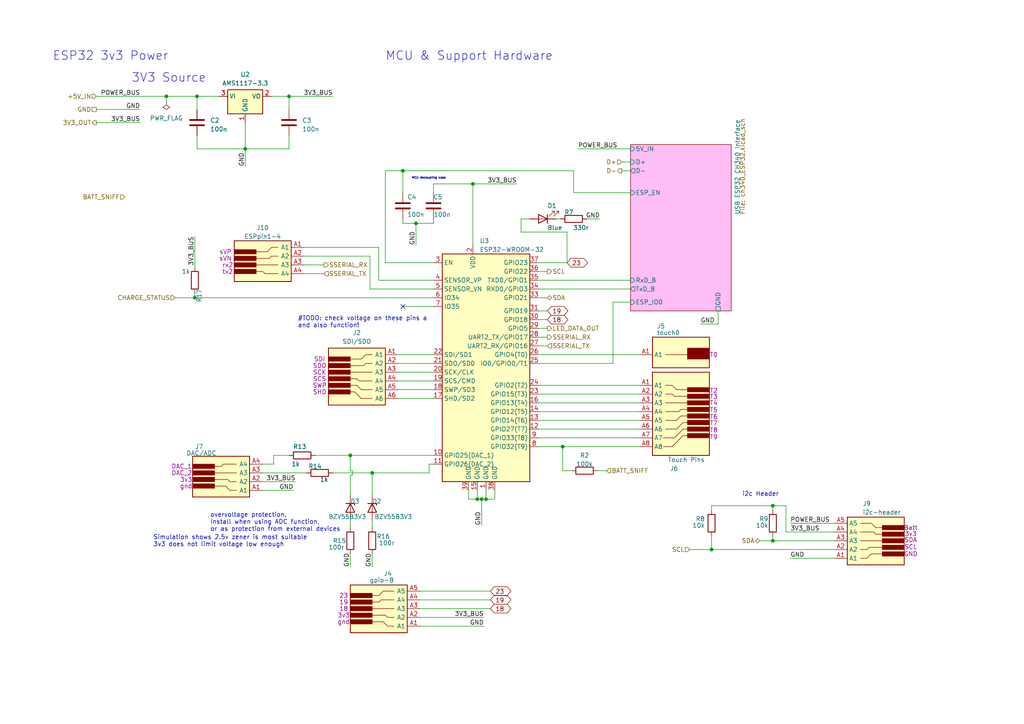
<source format=kicad_sch>
(kicad_sch (version 20231120) (generator "eeschema") (generator_version "8.0")
  (paper "A4")
  (lib_symbols
    (symbol "000-edge-connectors-immo:1-pin-edge-touch-XL" (in_bom no)
      (property "Reference" "J5" (at -4.572 20.574 0))
      (property "Value" "1-pin-edge-touch-XL" (at -9.906 18.796 0))
      (property "PIN1" "T0" (at 6.35 12.7 0))
      (symbol "1-pin-edge-touch-XL_0_1"
        (rectangle (start -11.43 17.78) (end 5.08 8.89) (stroke (width 0.254)) (fill (type background)))
        (rectangle (start -1.27 14.605) (end 5.08 11.43) (fill (type color) (color 132 0 0 1)))
        (polyline (pts (xy -7.62 12.7) (xy -5.715 12.7) (xy -5.08 12.7) (xy -1.27 12.7)))
      )
      (symbol "1-pin-edge-touch-XL_1_1"
        (pin passive line (at -15.24 12.7 0) (length 3.81) (name "A1") (number "A1"))
      )
    )
    (symbol "000-edge-connectors-immo:4-pin-edge-touch" (in_bom no)
      (property "Reference" "J2" (at 3.175 10.16 0))
      (property "Value" "4-pin-edge-touch" (at 3.175 7.62 0))
      (symbol "4-pin-edge-touch_0_1"
        (rectangle (start -11.43 5.715) (end 5.08 -6.096) (stroke (width 0.254)) (fill (type background)))
        (rectangle (start -1.27 -2.54) (end 5.08 -3.81) (fill (type color) (color 132 0 0 1)))
        (rectangle (start -1.27 -0.635) (end 5.08 -1.905) (fill (type color) (color 132 0 0 1)))
        (rectangle (start -1.27 1.27) (end 5.08 0) (fill (type color) (color 132 0 0 1)))
        (rectangle (start -1.27 3.175) (end 5.08 1.905) (fill (type color) (color 132 0 0 1)))
        (polyline (pts (xy -7.62 -1.27) (xy -1.27 -1.27)))
        (polyline (pts (xy -7.62 -3.81) (xy -3.81 -3.81) (xy -3.175 -3.175) (xy -1.27 -3.175)))
        (polyline (pts (xy -7.62 1.27) (xy -5.715 1.27) (xy -5.08 0.635) (xy -1.27 0.635)))
        (polyline (pts (xy -7.62 3.81) (xy -5.715 3.81) (xy -4.445 2.54) (xy -1.27 2.54)))
      )
      (symbol "4-pin-edge-touch_1_1"
        (pin passive line (at -15.24 3.81 0) (length 3.81) (name "A1") (number "A1"))
        (pin passive line (at -15.24 1.27 0) (length 3.81) (name "A2") (number "A2"))
        (pin passive line (at -15.24 -1.27 0) (length 3.81) (name "A3") (number "A3"))
        (pin passive line (at -15.24 -3.81 0) (length 3.81) (name "A4") (number "A4"))
      )
    )
    (symbol "000-edge-connectors-immo:5-pin-edge-touch" (in_bom no)
      (property "Reference" "J2" (at 3.175 21.59 0))
      (property "Value" "5-pin-edge-touch" (at 3.175 19.05 0))
      (property "PIN1" "1" (at 5.842 13.97 0))
      (property "PIN2" "2" (at 5.842 11.938 0))
      (property "PIN3" "3" (at 5.842 9.906 0))
      (property "PIN4" "4" (at 5.842 8.128 0))
      (property "PIN5" "5" (at 5.842 6.35 0))
      (symbol "5-pin-edge-touch_0_1"
        (rectangle (start -11.43 17.145) (end 5.08 3.302) (stroke (width 0.254)) (fill (type background)))
        (rectangle (start -1.27 6.985) (end 5.08 5.715) (fill (type color) (color 132 0 0 1)))
        (rectangle (start -1.27 8.89) (end 5.08 7.62) (fill (type color) (color 132 0 0 1)))
        (rectangle (start -1.27 10.795) (end 5.08 9.525) (fill (type color) (color 132 0 0 1)))
        (rectangle (start -1.27 12.7) (end 5.08 11.43) (fill (type color) (color 132 0 0 1)))
        (rectangle (start -1.27 14.605) (end 5.08 13.335) (fill (type color) (color 132 0 0 1)))
        (polyline (pts (xy -7.62 10.16) (xy -1.27 10.16)))
        (polyline (pts (xy -7.62 5.08) (xy -4.445 5.08) (xy -3.175 6.35) (xy -1.27 6.35)))
        (polyline (pts (xy -7.62 7.62) (xy -3.81 7.62) (xy -3.175 8.255) (xy -1.27 8.255)))
        (polyline (pts (xy -7.62 12.7) (xy -5.715 12.7) (xy -5.08 12.065) (xy -1.27 12.065)))
        (polyline (pts (xy -7.62 15.24) (xy -5.715 15.24) (xy -4.445 13.97) (xy -1.27 13.97)))
      )
      (symbol "5-pin-edge-touch_1_1"
        (pin passive line (at -15.24 15.24 0) (length 3.81) (name "A1") (number "A1"))
        (pin passive line (at -15.24 12.7 0) (length 3.81) (name "A2") (number "A2"))
        (pin passive line (at -15.24 10.16 0) (length 3.81) (name "A3") (number "A3"))
        (pin passive line (at -15.24 7.62 0) (length 3.81) (name "A4") (number "A4"))
        (pin passive line (at -15.24 5.08 0) (length 3.81) (name "A5") (number "A5"))
      )
    )
    (symbol "000-edge-connectors-immo:6-pin-edge-touch" (in_bom no)
      (property "Reference" "J2" (at 3.175 21.59 0))
      (property "Value" "SDI/SDO" (at 3.175 19.05 0))
      (property "PIN1" "1" (at 0 0 0))
      (property "PIN2" "2" (at 0 0 0))
      (property "PIN3" "3" (at 0 0 0))
      (property "PIN4" "4" (at 0 0 0))
      (property "PIN5" "5" (at 0 0 0))
      (property "PIN6" "6" (at 0 0 0))
      (symbol "6-pin-edge-touch_0_1"
        (rectangle (start -11.43 17.145) (end 5.08 0.635) (stroke (width 0.254)) (fill (type background)))
        (rectangle (start -1.27 5.08) (end 5.08 3.81) (fill (type color) (color 132 0 0 1)))
        (rectangle (start -1.27 6.985) (end 5.08 5.715) (fill (type color) (color 132 0 0 1)))
        (rectangle (start -1.27 8.89) (end 5.08 7.62) (fill (type color) (color 132 0 0 1)))
        (rectangle (start -1.27 10.795) (end 5.08 9.525) (fill (type color) (color 132 0 0 1)))
        (rectangle (start -1.27 12.7) (end 5.08 11.43) (fill (type color) (color 132 0 0 1)))
        (rectangle (start -1.27 14.605) (end 5.08 13.335) (fill (type color) (color 132 0 0 1)))
        (polyline (pts (xy -7.62 10.16) (xy -1.27 10.16)))
        (polyline (pts (xy -7.62 2.54) (xy -4.445 2.54) (xy -2.54 4.445) (xy -1.27 4.445)))
        (polyline (pts (xy -7.62 5.08) (xy -4.445 5.08) (xy -3.175 6.35) (xy -1.27 6.35)))
        (polyline (pts (xy -7.62 7.62) (xy -3.81 7.62) (xy -3.175 8.255) (xy -1.27 8.255)))
        (polyline (pts (xy -7.62 12.7) (xy -5.715 12.7) (xy -5.08 12.065) (xy -1.27 12.065)))
        (polyline (pts (xy -7.62 15.24) (xy -5.715 15.24) (xy -4.445 13.97) (xy -1.27 13.97)))
      )
      (symbol "6-pin-edge-touch_1_1"
        (pin passive line (at -15.24 15.24 0) (length 3.81) (name "A1") (number "A1"))
        (pin passive line (at -15.24 12.7 0) (length 3.81) (name "A2") (number "A2"))
        (pin passive line (at -15.24 10.16 0) (length 3.81) (name "A3") (number "A3"))
        (pin passive line (at -15.24 7.62 0) (length 3.81) (name "A4") (number "A4"))
        (pin passive line (at -15.24 5.08 0) (length 3.81) (name "A5") (number "A5"))
        (pin passive line (at -15.24 2.54 0) (length 3.81) (name "A6") (number "A6"))
      )
    )
    (symbol "000-edge-connectors-immo:8-pin-edge-touch" (in_bom no)
      (property "Reference" "J6" (at -9.652 22.606 0))
      (property "Value" "Touch Pins" (at -9.652 20.066 0))
      (property "PIN1" "T2" (at 6.35 13.716 0))
      (property "PIN2" "T3" (at 6.35 11.938 0))
      (property "PIN3" "T4" (at 6.35 10.16 0))
      (property "PIN4" "T5" (at 6.35 8.128 0))
      (property "PIN5" "T6" (at 6.35 6.096 0))
      (property "PIN6" "T7" (at 6.35 4.318 0))
      (property "PIN7" "T8" (at 6.35 2.286 0))
      (property "PIN8" "T9" (at 6.35 0.254 0))
      (symbol "8-pin-edge-touch_0_1"
        (rectangle (start -11.43 19.05) (end 5.08 -5.08) (stroke (width 0.254)) (fill (type background)))
        (rectangle (start -1.27 1.27) (end 5.08 0) (fill (type color) (color 132 0 0 1)))
        (rectangle (start -1.27 3.175) (end 5.08 1.905) (fill (type color) (color 132 0 0 1)))
        (rectangle (start -1.27 5.08) (end 5.08 3.81) (fill (type color) (color 132 0 0 1)))
        (rectangle (start -1.27 6.985) (end 5.08 5.715) (fill (type color) (color 132 0 0 1)))
        (rectangle (start -1.27 8.89) (end 5.08 7.62) (fill (type color) (color 132 0 0 1)))
        (rectangle (start -1.27 10.795) (end 5.08 9.525) (fill (type color) (color 132 0 0 1)))
        (rectangle (start -1.27 12.7) (end 5.08 11.43) (fill (type color) (color 132 0 0 1)))
        (rectangle (start -1.27 14.605) (end 5.08 13.335) (fill (type color) (color 132 0 0 1)))
        (polyline (pts (xy -7.62 10.16) (xy -1.27 10.16)))
        (polyline (pts (xy -8.255 -2.54) (xy -5.715 -2.54) (xy -2.54 0.635) (xy -1.27 0.635)))
        (polyline (pts (xy -8.255 0) (xy -5.08 0) (xy -2.54 2.54) (xy -1.27 2.54)))
        (polyline (pts (xy -7.62 2.54) (xy -4.445 2.54) (xy -2.54 4.445) (xy -1.27 4.445)))
        (polyline (pts (xy -7.62 5.08) (xy -4.445 5.08) (xy -3.175 6.35) (xy -1.27 6.35)))
        (polyline (pts (xy -7.62 7.62) (xy -3.81 7.62) (xy -3.175 8.255) (xy -1.27 8.255)))
        (polyline (pts (xy -7.62 12.7) (xy -5.715 12.7) (xy -5.08 12.065) (xy -1.27 12.065)))
        (polyline (pts (xy -7.62 15.24) (xy -5.715 15.24) (xy -4.445 13.97) (xy -1.27 13.97)))
      )
      (symbol "8-pin-edge-touch_1_1"
        (pin passive line (at -15.24 15.24 0) (length 3.81) (name "A1") (number "A1"))
        (pin passive line (at -15.24 12.7 0) (length 3.81) (name "A2") (number "A2"))
        (pin passive line (at -15.24 10.16 0) (length 3.81) (name "A3") (number "A3"))
        (pin passive line (at -15.24 7.62 0) (length 3.81) (name "A4") (number "A4"))
        (pin passive line (at -15.24 5.08 0) (length 3.81) (name "A5") (number "A5"))
        (pin passive line (at -15.24 2.54 0) (length 3.81) (name "A6") (number "A6"))
        (pin passive line (at -15.24 0 0) (length 3.81) (name "A7") (number "A7"))
        (pin passive line (at -15.24 -2.54 0) (length 3.81) (name "A8") (number "A8"))
      )
    )
    (symbol "000_Capacitor_Film_Immo:100n" (pin_numbers hide) (pin_names (offset 0.254))
      (property "Reference" "C" (at 0.635 2.54 0))
      (property "Value" "100n" (at 0.635 -2.54 0))
      (symbol "100n_0_1"
        (polyline (pts (xy -2.032 -0.762) (xy 2.032 -0.762)) (stroke (width 0.508)))
        (polyline (pts (xy -2.032 0.762) (xy 2.032 0.762)) (stroke (width 0.508)))
      )
      (symbol "100n_1_1"
        (pin passive line (at 0 3.81 270) (length 2.794) (name "~") (number "1"))
        (pin passive line (at 0 -3.81 90) (length 2.794) (name "~") (number "2"))
      )
    )
    (symbol "000_Diodes_Immo:LED_0805_Yellow" (pin_numbers hide) (pin_names (offset 1.016) hide)
      (property "Reference" "D" (at 0 2.54 0))
      (property "Value" "LED_0805_Yellow" (at 0 -3.81 0))
      (symbol "LED_0805_Yellow_0_1"
        (polyline (pts (xy -1.27 -1.27) (xy -1.27 1.27)) (stroke (width 0.254)))
        (polyline (pts (xy -1.27 0) (xy 1.27 0)))
        (polyline (pts (xy 1.27 -1.27) (xy 1.27 1.27) (xy -1.27 0) (xy 1.27 -1.27)) (stroke (width 0.254)))
        (polyline (pts (xy -3.048 -0.762) (xy -4.572 -2.286) (xy -3.81 -2.286) (xy -4.572 -2.286) (xy -4.572 -1.524)))
        (polyline (pts (xy -1.778 -0.762) (xy -3.302 -2.286) (xy -2.54 -2.286) (xy -3.302 -2.286) (xy -3.302 -1.524)))
      )
      (symbol "LED_0805_Yellow_1_1"
        (pin passive line (at -3.81 0 0) (length 2.54) (name "K") (number "1"))
        (pin passive line (at 3.81 0 180) (length 2.54) (name "A") (number "2"))
      )
    )
    (symbol "000_Diodes_Immo:zener_diode_2v7" (pin_numbers hide) (pin_names hide)
      (property "Reference" "D" (at 0 2.54 0))
      (property "Value" "zener_diode_2v7" (at 0 -2.54 0))
      (symbol "zener_diode_2v7_0_1"
        (polyline (pts (xy 1.27 0) (xy -1.27 0)))
        (polyline (pts (xy -1.27 -1.27) (xy -1.27 1.27) (xy -0.762 1.27)) (stroke (width 0.254)))
        (polyline (pts (xy 1.27 -1.27) (xy 1.27 1.27) (xy -1.27 0) (xy 1.27 -1.27)) (stroke (width 0.254)))
      )
      (symbol "zener_diode_2v7_1_1"
        (pin passive line (at -3.81 0 0) (length 2.54) (name "K") (number "1"))
        (pin passive line (at 3.81 0 180) (length 2.54) (name "A") (number "2"))
      )
    )
    (symbol "000_IC_immo:AMS1117-3.3"
      (property "Reference" "U" (at -3.81 3.175 0))
      (property "Value" "AMS1117-3.3" (at 0 3.175 0))
      (symbol "AMS1117-3.3_0_1"
        (rectangle (start -5.08 -5.08) (end 5.08 1.905) (stroke (width 0.254)) (fill (type background)))
      )
      (symbol "AMS1117-3.3_1_1"
        (pin power_in line (at 0 -7.62 90) (length 2.54) (name "GND") (number "1"))
        (pin power_out line (at 7.62 0 180) (length 2.54) (name "VO") (number "2"))
        (pin power_in line (at -7.62 0 0) (length 2.54) (name "VI") (number "3"))
      )
    )
    (symbol "000_MCU_microcontrollers_Immo:ESP32-WROOM-32_2"
      (property "Reference" "U" (at -12.7 34.29 0))
      (property "Value" "ESP32-WROOM-32" (at 1.27 34.29 0))
      (symbol "ESP32-WROOM-32_2_0_1"
        (rectangle (start -12.7 33.02) (end 12.7 -33.02) (stroke (width 0.254)) (fill (type background)))
      )
      (symbol "ESP32-WROOM-32_2_1_1"
        (pin power_in line (at 0 -35.56 90) (length 2.54) (name "GND") (number "1"))
        (pin bidirectional line (at -15.24 -25.4 0) (length 2.54) (name "GPIO25(DAC_1)") (number "10"))
        (pin bidirectional line (at -15.24 -27.94 0) (length 2.54) (name "GPIO26(DAC_2)") (number "11"))
        (pin bidirectional line (at 15.24 -17.78 180) (length 2.54) (name "GPIO27(T7)") (number "12"))
        (pin bidirectional line (at 15.24 -15.24 180) (length 2.54) (name "GPIO14(T6)") (number "13"))
        (pin bidirectional line (at 15.24 -12.7 180) (length 2.54) (name "GPIO12(T5)") (number "14"))
        (pin passive line (at -2.54 -35.56 90) (length 2.54) (name "GND") (number "15"))
        (pin bidirectional line (at 15.24 -10.16 180) (length 2.54) (name "GPIO13(T4)") (number "16"))
        (pin bidirectional line (at -15.24 -8.89 0) (length 2.54) (name "SHD/SD2") (number "17"))
        (pin bidirectional line (at -15.24 -6.35 0) (length 2.54) (name "SWP/SD3") (number "18"))
        (pin bidirectional line (at -15.24 -3.81 0) (length 2.54) (name "SCS/CMD") (number "19"))
        (pin power_in line (at -3.81 35.56 270) (length 2.54) (name "VDD") (number "2"))
        (pin bidirectional line (at -15.24 -1.27 0) (length 2.54) (name "SCK/CLK") (number "20"))
        (pin bidirectional line (at -15.24 1.27 0) (length 2.54) (name "SDO/SD0") (number "21"))
        (pin bidirectional line (at -15.24 3.81 0) (length 2.54) (name "SDI/SD1") (number "22"))
        (pin bidirectional line (at 15.24 -7.62 180) (length 2.54) (name "GPIO15(T3)") (number "23"))
        (pin bidirectional line (at 15.24 -5.08 180) (length 2.54) (name "GPIO2(T2)") (number "24"))
        (pin bidirectional line (at 15.24 1.27 180) (length 2.54) (name "IO0/GPIO0/T1") (number "25"))
        (pin bidirectional line (at 15.24 3.81 180) (length 2.54) (name "GPIO4(T0)") (number "26"))
        (pin bidirectional line (at 15.24 6.35 180) (length 2.54) (name "UART2_RX/GPIO16") (number "27"))
        (pin bidirectional line (at 15.24 8.89 180) (length 2.54) (name "UART2_TX/GPIO17") (number "28"))
        (pin bidirectional line (at 15.24 11.43 180) (length 2.54) (name "GPIO5") (number "29"))
        (pin input line (at -15.24 30.48 0) (length 2.54) (name "EN") (number "3"))
        (pin bidirectional line (at 15.24 13.97 180) (length 2.54) (name "GPIO18") (number "30"))
        (pin bidirectional line (at 15.24 16.51 180) (length 2.54) (name "GPIO19") (number "31"))
        (pin no_connect line (at 5.08 -35.56 90) (length 2.54) hide (name "NC") (number "32"))
        (pin bidirectional line (at 15.24 20.32 180) (length 2.54) (name "GPIO21") (number "33"))
        (pin bidirectional line (at 15.24 22.86 180) (length 2.54) (name "RXD0/GPIO3") (number "34"))
        (pin bidirectional line (at 15.24 25.4 180) (length 2.54) (name "TXD0/GPIO1") (number "35"))
        (pin bidirectional line (at 15.24 27.94 180) (length 2.54) (name "GPIO22") (number "36"))
        (pin bidirectional line (at 15.24 30.48 180) (length 2.54) (name "GPIO23") (number "37"))
        (pin passive line (at 2.54 -35.56 90) (length 2.54) (name "GND") (number "38"))
        (pin passive line (at -5.08 -35.56 90) (length 2.54) (name "GND") (number "39"))
        (pin input line (at -15.24 25.4 0) (length 2.54) (name "SENSOR_VP") (number "4"))
        (pin input line (at -15.24 22.86 0) (length 2.54) (name "SENSOR_VN") (number "5"))
        (pin input line (at -15.24 20.32 0) (length 2.54) (name "IO34") (number "6"))
        (pin input line (at -15.24 17.78 0) (length 2.54) (name "IO35") (number "7"))
        (pin bidirectional line (at 15.24 -22.86 180) (length 2.54) (name "GPIO32(T9)") (number "8"))
        (pin bidirectional line (at 15.24 -20.32 180) (length 2.54) (name "GPIO33(T8)") (number "9"))
      )
    )
    (symbol "000_Resistors_Immo:100k" (pin_numbers hide) (pin_names (offset 0))
      (property "Reference" "R?" (at -2.54 3.81 0))
      (property "Value" "100k" (at -5.08 2.54 0))
      (symbol "100k_0_1"
        (rectangle (start 2.54 -1.016) (end -2.54 1.016) (stroke (width 0.254)))
      )
      (symbol "100k_1_1"
        (pin passive line (at -3.81 0 0) (length 1.27) (name "~") (number "1"))
        (pin passive line (at 3.81 0 180) (length 1.27) (name "~") (number "2"))
      )
    )
    (symbol "000_Resistors_Immo:100r" (pin_numbers hide) (pin_names (offset 0))
      (property "Reference" "R?" (at -2.54 3.81 0))
      (property "Value" "100r" (at -5.08 2.54 0))
      (symbol "100r_0_1"
        (rectangle (start 2.54 -1.016) (end -2.54 1.016) (stroke (width 0.254)))
      )
      (symbol "100r_1_1"
        (pin passive line (at -3.81 0 0) (length 1.27) (name "~") (number "1"))
        (pin passive line (at 3.81 0 180) (length 1.27) (name "~") (number "2"))
      )
    )
    (symbol "000_Resistors_Immo:10k" (pin_numbers hide) (pin_names (offset 0))
      (property "Reference" "R?" (at -2.54 3.81 0))
      (property "Value" "10k" (at -5.08 2.54 0))
      (symbol "10k_0_1"
        (rectangle (start 2.54 -1.016) (end -2.54 1.016) (stroke (width 0.254)))
      )
      (symbol "10k_1_1"
        (pin passive line (at -3.81 0 0) (length 1.27) (name "~") (number "1"))
        (pin passive line (at 3.81 0 180) (length 1.27) (name "~") (number "2"))
      )
    )
    (symbol "000_Resistors_Immo:1k" (pin_numbers hide) (pin_names (offset 0))
      (property "Reference" "R?" (at -2.54 3.81 0))
      (property "Value" "1k" (at -5.08 2.54 0))
      (symbol "1k_0_1"
        (rectangle (start 2.54 -1.016) (end -2.54 1.016) (stroke (width 0.254)))
      )
      (symbol "1k_1_1"
        (pin passive line (at -3.81 0 0) (length 1.27) (name "~") (number "1"))
        (pin passive line (at 3.81 0 180) (length 1.27) (name "~") (number "2"))
      )
    )
    (symbol "000_Resistors_Immo:330r" (pin_numbers hide) (pin_names (offset 0))
      (property "Reference" "R?" (at -2.54 3.81 0))
      (property "Value" "330r" (at -5.08 2.54 0))
      (symbol "330r_0_1"
        (rectangle (start 2.54 -1.016) (end -2.54 1.016) (stroke (width 0.254)))
      )
      (symbol "330r_1_1"
        (pin passive line (at -3.81 0 0) (length 1.27) (name "~") (number "1"))
        (pin passive line (at 3.81 0 180) (length 1.27) (name "~") (number "2"))
      )
    )
    (symbol "power:PWR_FLAG" (power) (pin_numbers hide) (pin_names (offset 0) hide)
      (property "Value" "PWR_FLAG" (at 0 3.81 0))
      (symbol "PWR_FLAG_0_0"
        (pin power_out line (at 0 0 90) (length 0) (name "pwr") (number "1"))
      )
      (symbol "PWR_FLAG_0_1"
        (polyline (pts (xy 0 0) (xy 0 1.27) (xy -1.016 1.905) (xy 0 2.54) (xy 1.016 1.905) (xy 0 1.27)))
      )
    )
  )
  (junction (at 163.195 129.54))
  (junction (at 224.155 156.845))
  (junction (at 57.15 27.94))
  (junction (at 139.7 144.78))
  (junction (at 138.43 144.78))
  (junction (at 120.65 64.77))
  (junction (at 140.97 144.78))
  (junction (at 116.84 49.53))
  (junction (at 137.16 53.34))
  (junction (at 224.155 146.685))
  (junction (at 56.515 86.36))
  (junction (at 107.95 137.16))
  (junction (at 83.82 27.94))
  (junction (at 71.12 43.18))
  (junction (at 48.26 27.94))
  (junction (at 206.375 159.385))
  (junction (at 101.6 132.08))
  (no_connect (at 116.84 88.9))
  (wire (pts (xy 115.57 115.57) (xy 125.73 115.57)))
  (wire (pts (xy 79.375 132.08) (xy 83.82 132.08)))
  (wire (pts (xy 121.92 173.99) (xy 142.24 173.99)))
  (wire (pts (xy 138.43 144.78) (xy 135.89 144.78)))
  (wire (pts (xy 139.7 144.78) (xy 139.7 152.4)))
  (wire (pts (xy 156.21 114.3) (xy 185.42 114.3)))
  (wire (pts (xy 137.16 53.34) (xy 137.16 71.12)))
  (wire (pts (xy 208.28 93.98) (xy 203.2 93.98)))
  (wire (pts (xy 116.84 88.9) (xy 125.73 88.9)))
  (wire (pts (xy 88.265 79.375) (xy 93.98 79.375)))
  (wire (pts (xy 116.84 64.77) (xy 120.65 64.77)))
  (wire (pts (xy 156.21 86.36) (xy 158.75 86.36)))
  (wire (pts (xy 161.29 63.5) (xy 162.56 63.5)))
  (wire (pts (xy 125.73 53.34) (xy 137.16 53.34)))
  (wire (pts (xy 48.26 27.94) (xy 57.15 27.94)))
  (wire (pts (xy 27.94 27.94) (xy 48.26 27.94)))
  (wire (pts (xy 156.21 95.25) (xy 158.75 95.25)))
  (wire (pts (xy 149.86 53.34) (xy 137.16 53.34)))
  (wire (pts (xy 57.15 27.94) (xy 63.5 27.94)))
  (wire (pts (xy 107.95 137.16) (xy 107.95 143.51)))
  (wire (pts (xy 139.7 144.78) (xy 138.43 144.78)))
  (wire (pts (xy 120.65 64.77) (xy 120.65 71.12)))
  (wire (pts (xy 156.21 92.71) (xy 158.75 92.71)))
  (wire (pts (xy 175.895 136.525) (xy 173.355 136.525)))
  (wire (pts (xy 88.9 137.16) (xy 76.2 137.16)))
  (wire (pts (xy 116.84 49.53) (xy 166.37 49.53)))
  (wire (pts (xy 48.26 27.94) (xy 48.26 29.21)))
  (wire (pts (xy 115.57 110.49) (xy 125.73 110.49)))
  (wire (pts (xy 56.515 85.09) (xy 56.515 86.36)))
  (wire (pts (xy 101.6 143.51) (xy 101.6 137.795)))
  (wire (pts (xy 164.465 76.2) (xy 164.465 67.31)))
  (wire (pts (xy 96.52 137.16) (xy 107.95 137.16)))
  (wire (pts (xy 158.75 97.79) (xy 156.21 97.79)))
  (wire (pts (xy 71.12 43.18) (xy 83.82 43.18)))
  (wire (pts (xy 156.21 121.92) (xy 185.42 121.92)))
  (wire (pts (xy 229.235 161.925) (xy 241.935 161.925)))
  (wire (pts (xy 88.265 71.755) (xy 109.855 71.755)))
  (wire (pts (xy 140.97 144.78) (xy 143.51 144.78)))
  (wire (pts (xy 227.965 146.685) (xy 227.965 154.305)))
  (wire (pts (xy 124.46 137.16) (xy 124.46 134.62)))
  (wire (pts (xy 156.21 76.2) (xy 164.465 76.2)))
  (wire (pts (xy 180.34 49.53) (xy 182.88 49.53)))
  (wire (pts (xy 102.235 137.795) (xy 102.235 136.525)))
  (wire (pts (xy 125.73 63.5) (xy 125.73 64.77)))
  (wire (pts (xy 156.21 105.41) (xy 177.8 105.41)))
  (wire (pts (xy 177.8 87.63) (xy 177.8 105.41)))
  (wire (pts (xy 167.64 43.18) (xy 182.88 43.18)))
  (wire (pts (xy 163.195 136.525) (xy 163.195 129.54)))
  (wire (pts (xy 170.18 63.5) (xy 173.99 63.5)))
  (wire (pts (xy 156.21 102.87) (xy 185.42 102.87)))
  (wire (pts (xy 224.155 156.845) (xy 241.935 156.845)))
  (wire (pts (xy 79.375 134.62) (xy 76.2 134.62)))
  (wire (pts (xy 138.43 144.78) (xy 138.43 142.24)))
  (wire (pts (xy 88.265 74.295) (xy 107.315 74.295)))
  (wire (pts (xy 227.965 154.305) (xy 241.935 154.305)))
  (wire (pts (xy 107.315 83.82) (xy 125.73 83.82)))
  (wire (pts (xy 156.21 81.28) (xy 182.88 81.28)))
  (wire (pts (xy 78.74 27.94) (xy 83.82 27.94)))
  (wire (pts (xy 115.57 102.87) (xy 125.73 102.87)))
  (wire (pts (xy 156.21 83.82) (xy 182.88 83.82)))
  (wire (pts (xy 206.375 159.385) (xy 241.935 159.385)))
  (wire (pts (xy 56.515 86.36) (xy 125.73 86.36)))
  (wire (pts (xy 156.21 116.84) (xy 185.42 116.84)))
  (wire (pts (xy 107.95 160.655) (xy 107.95 164.465)))
  (wire (pts (xy 180.34 46.99) (xy 182.88 46.99)))
  (wire (pts (xy 166.37 55.88) (xy 182.88 55.88)))
  (wire (pts (xy 163.195 129.54) (xy 185.42 129.54)))
  (wire (pts (xy 135.89 144.78) (xy 135.89 142.24)))
  (wire (pts (xy 76.2 142.24) (xy 85.09 142.24)))
  (wire (pts (xy 121.92 171.45) (xy 142.24 171.45)))
  (wire (pts (xy 151.13 67.31) (xy 151.13 63.5)))
  (wire (pts (xy 101.6 160.655) (xy 101.6 164.465)))
  (wire (pts (xy 227.965 146.685) (xy 224.155 146.685)))
  (wire (pts (xy 156.21 78.74) (xy 158.75 78.74)))
  (wire (pts (xy 88.265 76.835) (xy 93.98 76.835)))
  (wire (pts (xy 79.375 132.08) (xy 79.375 134.62)))
  (wire (pts (xy 156.21 124.46) (xy 185.42 124.46)))
  (wire (pts (xy 27.94 35.56) (xy 40.64 35.56)))
  (wire (pts (xy 164.465 67.31) (xy 151.13 67.31)))
  (wire (pts (xy 83.82 39.37) (xy 83.82 43.18)))
  (wire (pts (xy 125.73 76.2) (xy 111.76 76.2)))
  (wire (pts (xy 115.57 113.03) (xy 125.73 113.03)))
  (wire (pts (xy 109.855 81.28) (xy 109.855 71.755)))
  (wire (pts (xy 83.82 27.94) (xy 96.52 27.94)))
  (wire (pts (xy 229.235 151.765) (xy 241.935 151.765)))
  (wire (pts (xy 121.92 181.61) (xy 140.335 181.61)))
  (wire (pts (xy 109.855 81.28) (xy 125.73 81.28)))
  (wire (pts (xy 177.8 87.63) (xy 182.88 87.63)))
  (wire (pts (xy 156.21 111.76) (xy 185.42 111.76)))
  (wire (pts (xy 140.97 144.78) (xy 139.7 144.78)))
  (wire (pts (xy 71.12 43.18) (xy 57.15 43.18)))
  (wire (pts (xy 224.155 146.685) (xy 206.375 146.685)))
  (wire (pts (xy 56.515 68.58) (xy 56.515 77.47)))
  (wire (pts (xy 220.345 156.845) (xy 224.155 156.845)))
  (wire (pts (xy 124.46 134.62) (xy 125.73 134.62)))
  (wire (pts (xy 115.57 105.41) (xy 125.73 105.41)))
  (wire (pts (xy 156.21 127) (xy 185.42 127)))
  (wire (pts (xy 101.6 132.08) (xy 125.73 132.08)))
  (wire (pts (xy 101.6 151.13) (xy 101.6 153.035)))
  (wire (pts (xy 27.94 31.75) (xy 40.64 31.75)))
  (wire (pts (xy 71.12 43.18) (xy 71.12 48.26)))
  (wire (pts (xy 156.21 129.54) (xy 163.195 129.54)))
  (wire (pts (xy 107.95 137.16) (xy 124.46 137.16)))
  (wire (pts (xy 107.315 74.295) (xy 107.315 83.82)))
  (wire (pts (xy 91.44 132.08) (xy 101.6 132.08)))
  (wire (pts (xy 121.92 176.53) (xy 142.24 176.53)))
  (wire (pts (xy 156.21 90.17) (xy 158.75 90.17)))
  (wire (pts (xy 143.51 144.78) (xy 143.51 142.24)))
  (wire (pts (xy 57.15 27.94) (xy 57.15 31.75)))
  (wire (pts (xy 140.97 142.24) (xy 140.97 144.78)))
  (wire (pts (xy 115.57 107.95) (xy 125.73 107.95)))
  (wire (pts (xy 76.2 139.7) (xy 85.725 139.7)))
  (wire (pts (xy 158.75 100.33) (xy 156.21 100.33)))
  (wire (pts (xy 107.95 151.13) (xy 107.95 153.035)))
  (wire (pts (xy 111.76 49.53) (xy 116.84 49.53)))
  (wire (pts (xy 206.375 146.685) (xy 206.375 147.955)))
  (wire (pts (xy 101.6 137.795) (xy 102.235 137.795)))
  (wire (pts (xy 101.6 136.525) (xy 101.6 132.08)))
  (wire (pts (xy 71.12 35.56) (xy 71.12 43.18)))
  (wire (pts (xy 121.92 179.07) (xy 140.335 179.07)))
  (wire (pts (xy 200.025 159.385) (xy 206.375 159.385)))
  (wire (pts (xy 156.21 119.38) (xy 185.42 119.38)))
  (wire (pts (xy 102.235 136.525) (xy 101.6 136.525)))
  (wire (pts (xy 116.84 63.5) (xy 116.84 64.77)))
  (wire (pts (xy 83.82 27.94) (xy 83.82 31.75)))
  (wire (pts (xy 151.13 63.5) (xy 153.67 63.5)))
  (wire (pts (xy 206.375 159.385) (xy 206.375 155.575)))
  (wire (pts (xy 224.155 147.955) (xy 224.155 146.685)))
  (wire (pts (xy 50.8 86.36) (xy 56.515 86.36)))
  (wire (pts (xy 125.73 55.88) (xy 125.73 53.34)))
  (wire (pts (xy 163.195 136.525) (xy 165.735 136.525)))
  (wire (pts (xy 57.15 39.37) (xy 57.15 43.18)))
  (wire (pts (xy 116.84 49.53) (xy 116.84 55.88)))
  (wire (pts (xy 111.76 76.2) (xy 111.76 49.53)))
  (wire (pts (xy 224.155 155.575) (xy 224.155 156.845)))
  (wire (pts (xy 208.28 90.17) (xy 208.28 93.98)))
  (wire (pts (xy 166.37 49.53) (xy 166.37 55.88)))
  (wire (pts (xy 125.73 64.77) (xy 120.65 64.77)))
  (text "MCU & Support Hardware" (at 111.76 17.78 0) (effects (font (size 2.5 2.5)) (justify left bottom)))
  (text "MCU decoupling caps" (at 119.38 52.07 0) (effects (font (size 0.6 0.6)) (justify left bottom)))
  (text "ESP32 3v3 Power" (at 15.24 17.78 0) (effects (font (size 2.5 2.5)) (justify left bottom)))
  (text "overvoltage protection.\nInstall when using ADC function,\nor as protection from external devices" (at 60.96 154.305 0) (effects (font (size 1.27 1.27)) (justify left bottom)))
  (text "#TODO: check voltage on these pins a\nand also function!" (at 86.36 95.25 0) (effects (font (size 1.27 1.27)) (justify left bottom)))
  (text "Simulation shows 2.5v zener is most suitable\n3v3 does not limit voltage low enough" (at 44.45 158.75 0) (effects (font (size 1.27 1.27)) (justify left bottom)))
  (text "3V3 Source" (at 38.1 24.13 0) (effects (font (size 2.5 2.5)) (justify left bottom)))
  (text "i2c Header" (at 215.265 144.145 0) (effects (font (size 1.27 1.27)) (justify left bottom)))
  (label "GND" (at 203.2 93.98 0))
  (label "3V3_BUS" (at 96.52 27.94 180))
  (label "GND" (at 85.09 142.24 180))
  (label "3V3_BUS" (at 56.515 68.58 270))
  (label "GND" (at 101.6 164.465 90))
  (label "3V3_BUS" (at 140.335 179.07 180))
  (label "GND" (at 40.64 31.75 180))
  (label "GND" (at 139.7 152.4 90))
  (label "GND" (at 107.95 164.465 90))
  (label "GND" (at 71.12 48.26 90))
  (label "GND" (at 229.235 161.925 0))
  (label "POWER_BUS" (at 167.64 43.18 0))
  (label "3V3_BUS" (at 229.235 154.305 0))
  (label "3V3_BUS" (at 40.64 35.56 180))
  (label "3V3_BUS" (at 85.725 139.7 180))
  (label "GND" (at 173.99 63.5 180))
  (label "GND" (at 140.335 181.61 180))
  (label "POWER_BUS" (at 40.64 27.94 180))
  (label "3V3_BUS" (at 149.86 53.34 180))
  (label "GND" (at 120.65 71.12 90))
  (label "POWER_BUS" (at 229.235 151.765 0))
  (global_label "19" (shape bidirectional) (at 158.75 90.17 0) (property "Intersheetrefs" "${INTERSHEET_REFS}" (effects (hide yes))))
  (global_label "19" (shape bidirectional) (at 142.24 173.99 0) (property "Intersheetrefs" "${INTERSHEET_REFS}" (effects (hide yes))))
  (global_label "18" (shape bidirectional) (at 158.75 92.71 0) (property "Intersheetrefs" "${INTERSHEET_REFS}" (effects (hide yes))))
  (global_label "23" (shape bidirectional) (at 142.24 171.45 0) (property "Intersheetrefs" "${INTERSHEET_REFS}" (effects (hide yes))))
  (global_label "23" (shape bidirectional) (at 164.465 76.2 0) (property "Intersheetrefs" "${INTERSHEET_REFS}" (effects (hide yes))))
  (global_label "18" (shape bidirectional) (at 142.24 176.53 0) (property "Intersheetrefs" "${INTERSHEET_REFS}" (effects (hide yes))))
  (hierarchical_label "BATT_SNIFF" (shape input) (at 36.195 57.15 180))
  (hierarchical_label "3V3_OUT" (shape output) (at 27.94 35.56 180))
  (hierarchical_label "SDA" (shape bidirectional) (at 158.75 86.36 0))
  (hierarchical_label "SSERIAL_TX" (shape input) (at 158.75 100.33 0))
  (hierarchical_label "SDA" (shape bidirectional) (at 220.345 156.845 180))
  (hierarchical_label "D+" (shape input) (at 180.34 46.99 180))
  (hierarchical_label "SCL" (shape input) (at 200.025 159.385 180))
  (hierarchical_label "D-" (shape output) (at 180.34 49.53 180))
  (hierarchical_label "GND" (shape passive) (at 27.94 31.75 180))
  (hierarchical_label "CHARGE_STATUS" (shape input) (at 50.8 86.36 180))
  (hierarchical_label "+5V_IN" (shape input) (at 27.94 27.94 180))
  (hierarchical_label "BATT_SNIFF" (shape input) (at 175.895 136.525 0))
  (hierarchical_label "SSERIAL_RX" (shape output) (at 93.98 76.835 0))
  (hierarchical_label "LED_DATA_OUT" (shape output) (at 158.75 95.25 0))
  (hierarchical_label "SSERIAL_RX" (shape output) (at 158.75 97.79 0))
  (hierarchical_label "SSERIAL_TX" (shape input) (at 93.98 79.375 0))
  (hierarchical_label "SCL" (shape output) (at 158.75 78.74 0))
  (symbol (lib_id "000_Diodes_Immo:zener_diode_2v7") (at 107.95 147.32 270) (unit 1)
    (property "Reference" "D2" (at 107.95 145.415 90) (effects (justify left)))
    (property "Value" "BZV55B3V3" (at 108.585 149.86 90) (effects (justify left)))
    (property "Footprint" "Diode_SMD:D_MiniMELF" (effects (hide yes)))
    (property "Datasheet" "https://assets.nexperia.com/documents/data-sheet/BZV55_SER.pdf" (effects (hide yes)))
    (property "JLCpart" "C268735" (effects (hide yes)))
    (property "Cost" "0.0221" (effects (hide yes)))
  )
  (symbol (lib_id "000-edge-connectors-immo:1-pin-edge-touch-XL") (at 200.66 115.57 0) (unit 1) (in_bom no)
    (property "Reference" "J5" (at 190.5 94.615 0) (effects (justify left)))
    (property "Value" "touch0" (at 190.5 96.52 0) (effects (justify left)))
    (property "Footprint" "000-edge-connectors-immo:1-pin-edge-touch-xl" (effects (hide yes)))
    (property "Datasheet" "http://www.ritrontek.com/uploadfile/2016/1026/20161026105231124.pdf#page=63" (effects (hide yes)))
    (property "PIN1" "T0" (at 207.01 102.87 0))
  )
  (symbol (lib_id "000-edge-connectors-immo:5-pin-edge-touch") (at 257.175 146.685 0) (mirror x) (unit 1) (in_bom no)
    (property "Reference" "J9" (at 250.19 146.05 0) (effects (justify left)))
    (property "Value" "i2c-header" (at 250.19 148.59 0) (effects (justify left)))
    (property "Footprint" "000-edge-connectors-immo:5-pin-edge-touch" (effects (hide yes)))
    (property "Datasheet" "http://www.ritrontek.com/uploadfile/2016/1026/20161026105231124.pdf#page=63" (effects (hide yes)))
    (property "PIN1" "GND" (at 264.16 160.655 0))
    (property "PIN2" "SCL" (at 264.16 158.623 0))
    (property "PIN3" "SDA" (at 264.16 156.591 0))
    (property "PIN4" "3v3" (at 264.16 154.813 0))
    (property "PIN5" "Batt" (at 264.16 153.035 0))
  )
  (symbol (lib_id "000_MCU_microcontrollers_Immo:ESP32-WROOM-32_2") (at 140.97 106.68 0) (unit 1)
    (property "Reference" "U3" (at 139.1159 69.85 0) (effects (justify left)))
    (property "Value" "ESP32-WROOM-32" (at 139.1159 72.39 0) (effects (justify left)))
    (property "Footprint" "RF_Module:ESP32-WROOM-32" (effects (hide yes)))
    (property "Datasheet" "https://www.espressif.com/sites/default/files/documentation/esp32-wroom-32_datasheet_en.pdf" (effects (hide yes)))
    (property "JLCpart" "C473012 - C529577" (effects (hide yes)))
    (property "Cost" "3.5016" (effects (hide yes)))
  )
  (symbol (lib_id "000_IC_immo:AMS1117-3.3") (at 71.12 27.94 0) (unit 1)
    (property "Reference" "U2" (at 71.12 21.59 0))
    (property "Value" "AMS1117-3.3" (at 71.12 24.13 0))
    (property "Footprint" "Package_TO_SOT_SMD:SOT-223-3_TabPin2" (effects (hide yes)))
    (property "Datasheet" "http://www.advanced-monolithic.com/pdf/ds1117.pdf" (effects (hide yes)))
    (property "JLCpart" "C2992570" (effects (hide yes)))
    (property "Cost" "0.0488" (effects (hide yes)))
  )
  (symbol (lib_id "000-edge-connectors-immo:4-pin-edge-touch") (at 60.96 138.43 180) (unit 1) (in_bom no)
    (property "Reference" "J7" (at 57.785 129.54 0))
    (property "Value" "DAC/ADC" (at 58.42 131.445 0))
    (property "Footprint" "000-edge-connectors-immo:4-pin-edge" (effects (hide yes)))
    (property "Datasheet" "http://www.ritrontek.com/uploadfile/2016/1026/20161026105231124.pdf#page=63" (effects (hide yes)))
    (property "PIN1" "gnd" (at 53.975 140.97 0))
    (property "PIN2" "3v3" (at 53.975 139.065 0))
    (property "PIN3" "DAC_2" (at 52.705 137.16 0))
    (property "PIN4" "DAC_1" (at 52.705 135.255 0))
  )
  (symbol (lib_id "000_Resistors_Immo:100r") (at 101.6 156.845 270) (unit 1)
    (property "Reference" "R15" (at 96.52 156.845 90) (effects (justify left)))
    (property "Value" "100r" (at 95.25 158.75 90) (effects (justify left)))
    (property "Footprint" "Resistor_SMD:R_0805_2012Metric_Pad1.20x1.40mm_HandSolder" (effects (hide yes)))
    (property "JLCpart" "C217766" (effects (hide yes)))
    (property "Cost" "0.0093" (effects (hide yes)))
  )
  (symbol (lib_id "000_Resistors_Immo:100k") (at 169.545 136.525 0) (unit 1)
    (property "Reference" "R2" (at 169.545 132.08 0))
    (property "Value" "100k" (at 169.545 134.62 0))
    (property "Footprint" "Resistor_SMD:R_0805_2012Metric_Pad1.20x1.40mm_HandSolder" (effects (hide yes)))
    (property "JLCpart" "C280020" (effects (hide yes)))
    (property "Cost" "0.0027" (effects (hide yes)))
  )
  (symbol (lib_id "000_Resistors_Immo:1k") (at 92.71 137.16 180) (unit 1)
    (property "Reference" "R14" (at 93.345 135.255 0) (effects (justify left)))
    (property "Value" "1k" (at 95.25 139.065 0) (effects (justify left)))
    (property "Footprint" "Resistor_SMD:R_0805_2012Metric_Pad1.20x1.40mm_HandSolder" (effects (hide yes)))
    (property "JLCpart" "C218388" (effects (hide yes)))
    (property "Cost" "0.0082" (effects (hide yes)))
  )
  (symbol (lib_id "000_Resistors_Immo:10k") (at 224.155 151.765 90) (unit 1)
    (property "Reference" "R9" (at 222.885 150.495 90) (effects (justify left)))
    (property "Value" "10k" (at 222.885 152.4 90) (effects (justify left)))
    (property "Footprint" "Resistor_SMD:R_0805_2012Metric_Pad1.20x1.40mm_HandSolder" (effects (hide yes)))
    (property "JLCpart" "C2930231" (effects (hide yes)))
    (property "Cost" "0.002" (effects (hide yes)))
  )
  (symbol (lib_id "000-edge-connectors-immo:4-pin-edge-touch") (at 73.025 75.565 0) (mirror y) (unit 1) (in_bom no)
    (property "Reference" "J10" (at 76.2 66.04 0))
    (property "Value" "ESPpin1-4" (at 76.2 68.58 0))
    (property "Footprint" "000-edge-connectors-immo:4-pin-edge" (effects (hide yes)))
    (property "Datasheet" "http://www.ritrontek.com/uploadfile/2016/1026/20161026105231124.pdf#page=63" (effects (hide yes)))
    (property "PIN1" "sVP" (at 65.405 73.025 0))
    (property "PIN2" "sVN" (at 65.405 74.93 0))
    (property "PIN3" "rx2" (at 66.04 76.835 0))
    (property "PIN4" "tx2" (at 66.04 78.74 0))
  )
  (symbol (lib_id "000_Capacitor_Film_Immo:100n") (at 57.15 35.56 0) (unit 1)
    (property "Reference" "C2" (at 60.96 34.925 0) (effects (justify left)))
    (property "Value" "100n" (at 60.96 37.465 0) (effects (justify left)))
    (property "Footprint" "000_Capacitors_Immo:C_0805_2012_HandSolder_kawaii" (effects (hide yes)))
    (property "JLCpart" "C779975" (effects (hide yes)))
    (property "Cost" "0.02" (effects (hide yes)))
  )
  (symbol (lib_id "000-edge-connectors-immo:8-pin-edge-touch") (at 200.66 127 0) (unit 1) (in_bom no)
    (property "Reference" "J6" (at 194.31 135.89 0) (effects (justify left)))
    (property "Value" "Touch Pins" (at 193.675 133.35 0) (effects (justify left)))
    (property "Footprint" "000-edge-connectors-immo:8-pin-edge-touch" (effects (hide yes)))
    (property "Datasheet" "http://www.ritrontek.com/uploadfile/2016/1026/20161026105231124.pdf#page=63" (effects (hide yes)))
    (property "PIN1" "T2" (at 207.01 113.284 0))
    (property "PIN2" "T3" (at 207.01 115.062 0))
    (property "PIN3" "T4" (at 207.01 116.84 0))
    (property "PIN4" "T5" (at 207.01 118.872 0))
    (property "PIN5" "T6" (at 207.01 120.904 0))
    (property "PIN6" "T7" (at 207.01 122.682 0))
    (property "PIN7" "T8" (at 207.01 124.714 0))
    (property "PIN8" "T9" (at 207.01 126.746 0))
  )
  (symbol (lib_id "power:PWR_FLAG") (at 48.26 29.21 180) (unit 1)
    (property "Reference" "#FLG01" (effects (hide yes)))
    (property "Value" "PWR_FLAG" (at 48.26 34.29 0))
  )
  (symbol (lib_id "000_Resistors_Immo:330r") (at 166.37 63.5 180) (unit 1)
    (property "Reference" "R7" (at 166.37 61.595 0) (effects (justify left)))
    (property "Value" "330r" (at 170.815 66.04 0) (effects (justify left)))
    (property "Footprint" "Resistor_SMD:R_0805_2012Metric_Pad1.20x1.40mm_HandSolder" (effects (hide yes)))
    (property "JLCpart" "C3017834" (effects (hide yes)))
    (property "Cost" "0.0016" (effects (hide yes)))
  )
  (symbol (lib_id "000_Diodes_Immo:LED_0805_Yellow") (at 157.48 63.5 180) (unit 1)
    (property "Reference" "D1" (at 158.75 59.69 0) (effects (justify right)))
    (property "Value" "Blue" (at 158.75 66.04 0) (effects (justify right)))
    (property "Footprint" "Diode_SMD:D_0805_2012Metric_Pad1.15x1.40mm_HandSolder" (effects (hide yes)))
    (property "JLCpart" "C84261" (effects (hide yes)))
    (property "Cost" "0.0158" (effects (hide yes)))
  )
  (symbol (lib_id "000-edge-connectors-immo:6-pin-edge-touch") (at 100.33 118.11 0) (mirror y) (unit 1) (in_bom no)
    (property "Reference" "J2" (at 103.505 96.52 0))
    (property "Value" "SDI/SDO" (at 103.505 99.06 0))
    (property "Footprint" "000-edge-connectors-immo:6-pin-edge-touch" (effects (hide yes)))
    (property "Datasheet" "http://www.ritrontek.com/uploadfile/2016/1026/20161026105231124.pdf#page=63" (effects (hide yes)))
    (property "PIN1" "SDI" (at 92.71 104.14 0))
    (property "PIN2" "SDO" (at 92.71 106.045 0))
    (property "PIN3" "SCK" (at 92.71 107.95 0))
    (property "PIN4" "SCS" (at 92.71 109.855 0))
    (property "PIN5" "SWP" (at 92.71 111.76 0))
    (property "PIN6" "SHD" (at 92.71 113.665 0))
  )
  (symbol (lib_id "000_Capacitor_Film_Immo:100n") (at 83.82 35.56 0) (unit 1)
    (property "Reference" "C3" (at 87.63 34.925 0) (effects (justify left)))
    (property "Value" "100n" (at 87.63 37.465 0) (effects (justify left)))
    (property "Footprint" "000_Capacitors_Immo:C_0805_2012_HandSolder_kawaii" (effects (hide yes)))
    (property "JLCpart" "C779975" (effects (hide yes)))
    (property "Cost" "0.02" (effects (hide yes)))
  )
  (symbol (lib_id "000_Capacitor_Film_Immo:100n") (at 116.84 59.69 0) (unit 1)
    (property "Reference" "C4" (at 118.11 57.15 0) (effects (justify left)))
    (property "Value" "100n" (at 118.11 62.23 0) (effects (justify left)))
    (property "Footprint" "000_Capacitors_Immo:C_0805_2012_HandSolder_kawaii" (effects (hide yes)))
    (property "JLCpart" "C779975" (effects (hide yes)))
    (property "Cost" "0.02" (effects (hide yes)))
  )
  (symbol (lib_id "000_Resistors_Immo:10k") (at 206.375 151.765 90) (unit 1)
    (property "Reference" "R8" (at 204.47 150.495 90) (effects (justify left)))
    (property "Value" "10k" (at 204.47 152.4 90) (effects (justify left)))
    (property "Footprint" "Resistor_SMD:R_0805_2012Metric_Pad1.20x1.40mm_HandSolder" (effects (hide yes)))
    (property "JLCpart" "C2930231" (effects (hide yes)))
    (property "Cost" "0.002" (effects (hide yes)))
  )
  (symbol (lib_id "000_Diodes_Immo:zener_diode_2v7") (at 101.6 147.32 270) (unit 1)
    (property "Reference" "D3" (at 101.6 145.415 90) (effects (justify left)))
    (property "Value" "BZV55B3V3" (at 95.25 149.86 90) (effects (justify left)))
    (property "Footprint" "Diode_SMD:D_MiniMELF" (effects (hide yes)))
    (property "Datasheet" "https://assets.nexperia.com/documents/data-sheet/BZV55_SER.pdf" (effects (hide yes)))
    (property "JLCpart" "C268735" (effects (hide yes)))
    (property "Cost" "0.0221" (effects (hide yes)))
  )
  (symbol (lib_id "000_Resistors_Immo:100r") (at 107.95 156.845 270) (mirror x) (unit 1)
    (property "Reference" "R16" (at 109.22 155.575 90) (effects (justify left)))
    (property "Value" "100r" (at 109.855 157.48 90) (effects (justify left)))
    (property "Footprint" "Resistor_SMD:R_0805_2012Metric_Pad1.20x1.40mm_HandSolder" (effects (hide yes)))
    (property "JLCpart" "C217766" (effects (hide yes)))
    (property "Cost" "0.0093" (effects (hide yes)))
  )
  (symbol (lib_id "000_Resistors_Immo:1k") (at 87.63 132.08 180) (unit 1)
    (property "Reference" "R13" (at 88.9 129.54 0) (effects (justify left)))
    (property "Value" "1k" (at 86.995 134.62 0) (effects (justify left)))
    (property "Footprint" "Resistor_SMD:R_0805_2012Metric_Pad1.20x1.40mm_HandSolder" (effects (hide yes)))
    (property "JLCpart" "C218388" (effects (hide yes)))
    (property "Cost" "0.0082" (effects (hide yes)))
  )
  (symbol (lib_id "000_Capacitor_Film_Immo:100n") (at 125.73 59.69 0) (unit 1)
    (property "Reference" "C5" (at 127 57.15 0))
    (property "Value" "100n" (at 128.27 62.23 0))
    (property "Footprint" "000_Capacitors_Immo:C_0805_2012_HandSolder_kawaii" (effects (hide yes)))
    (property "JLCpart" "C779975" (effects (hide yes)))
    (property "Cost" "0.02" (effects (hide yes)))
  )
  (symbol (lib_id "000-edge-connectors-immo:5-pin-edge-touch") (at 106.68 166.37 180) (unit 1) (in_bom no)
    (property "Reference" "J4" (at 113.665 166.37 0) (effects (justify left)))
    (property "Value" "gpio-B" (at 114.3 168.275 0) (effects (justify left)))
    (property "Footprint" "000-edge-connectors-immo:5-pin-edge-touch" (effects (hide yes)))
    (property "Datasheet" "http://www.ritrontek.com/uploadfile/2016/1026/20161026105231124.pdf#page=63" (effects (hide yes)))
    (property "PIN1" "gnd" (at 99.695 180.34 0))
    (property "PIN2" "3v3" (at 99.695 178.435 0))
    (property "PIN3" "18" (at 99.695 176.53 0))
    (property "PIN4" "19" (at 99.695 174.625 0))
    (property "PIN5" "23" (at 99.695 172.72 0))
  )
  (symbol (lib_id "000_Resistors_Immo:1k") (at 56.515 81.28 270) (unit 1)
    (property "Reference" "R17" (at 57.7851 83.82 0) (effects (justify left)))
    (property "Value" "1k" (at 52.705 78.74 90) (effects (justify left)))
    (property "Footprint" "Resistor_SMD:R_0805_2012Metric_Pad1.20x1.40mm_HandSolder" (effects (hide yes)))
    (property "JLCpart" "C218388" (effects (hide yes)))
    (property "Cost" "0.0082" (effects (hide yes)))
  )
  (sheet (at 182.88 41.91) (size 29.21 48.26) (stroke (width 0.1524)) (fill (color 255 55 228 0.3300))
    (property "Sheetname" "USB ESP32 CH340 Interface " (at 214.63 62.23 90) (effects (justify left bottom)))
    (property "Sheetfile" "ch340_ESP32.kicad_sch" (at 214.63 62.23 90) (effects (justify left top)))
    (pin "5V_IN" input (at 182.88 43.18 180))
    (pin "RxD_B" input (at 182.88 81.28 180))
    (pin "TxD_B" output (at 182.88 83.82 180))
    (pin "ESP_EN" input (at 182.88 55.88 180))
    (pin "ESP_IO0" input (at 182.88 87.63 180))
    (pin "GND" passive (at 208.28 90.17 270))
    (pin "D+" input (at 182.88 46.99 180))
    (pin "D-" output (at 182.88 49.53 180))
  )
)
</source>
